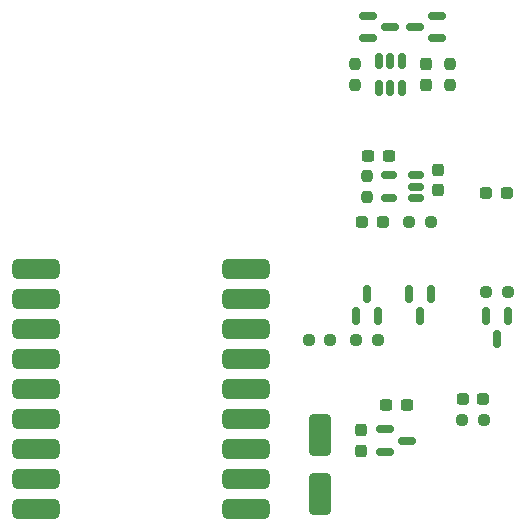
<source format=gbr>
%TF.GenerationSoftware,KiCad,Pcbnew,8.0.5*%
%TF.CreationDate,2024-11-21T22:32:41+00:00*%
%TF.ProjectId,spectrum-analyser,73706563-7472-4756-9d2d-616e616c7973,rev?*%
%TF.SameCoordinates,Original*%
%TF.FileFunction,Paste,Top*%
%TF.FilePolarity,Positive*%
%FSLAX46Y46*%
G04 Gerber Fmt 4.6, Leading zero omitted, Abs format (unit mm)*
G04 Created by KiCad (PCBNEW 8.0.5) date 2024-11-21 22:32:41*
%MOMM*%
%LPD*%
G01*
G04 APERTURE LIST*
G04 Aperture macros list*
%AMRoundRect*
0 Rectangle with rounded corners*
0 $1 Rounding radius*
0 $2 $3 $4 $5 $6 $7 $8 $9 X,Y pos of 4 corners*
0 Add a 4 corners polygon primitive as box body*
4,1,4,$2,$3,$4,$5,$6,$7,$8,$9,$2,$3,0*
0 Add four circle primitives for the rounded corners*
1,1,$1+$1,$2,$3*
1,1,$1+$1,$4,$5*
1,1,$1+$1,$6,$7*
1,1,$1+$1,$8,$9*
0 Add four rect primitives between the rounded corners*
20,1,$1+$1,$2,$3,$4,$5,0*
20,1,$1+$1,$4,$5,$6,$7,0*
20,1,$1+$1,$6,$7,$8,$9,0*
20,1,$1+$1,$8,$9,$2,$3,0*%
G04 Aperture macros list end*
%ADD10RoundRect,0.237500X-0.237500X0.300000X-0.237500X-0.300000X0.237500X-0.300000X0.237500X0.300000X0*%
%ADD11RoundRect,0.237500X0.250000X0.237500X-0.250000X0.237500X-0.250000X-0.237500X0.250000X-0.237500X0*%
%ADD12RoundRect,0.237500X-0.250000X-0.237500X0.250000X-0.237500X0.250000X0.237500X-0.250000X0.237500X0*%
%ADD13RoundRect,0.150000X-0.150000X0.512500X-0.150000X-0.512500X0.150000X-0.512500X0.150000X0.512500X0*%
%ADD14RoundRect,0.150000X-0.150000X0.587500X-0.150000X-0.587500X0.150000X-0.587500X0.150000X0.587500X0*%
%ADD15RoundRect,0.150000X-0.587500X-0.150000X0.587500X-0.150000X0.587500X0.150000X-0.587500X0.150000X0*%
%ADD16RoundRect,0.237500X0.287500X0.237500X-0.287500X0.237500X-0.287500X-0.237500X0.287500X-0.237500X0*%
%ADD17RoundRect,0.237500X-0.237500X0.250000X-0.237500X-0.250000X0.237500X-0.250000X0.237500X0.250000X0*%
%ADD18RoundRect,0.150000X0.150000X-0.587500X0.150000X0.587500X-0.150000X0.587500X-0.150000X-0.587500X0*%
%ADD19RoundRect,0.237500X-0.287500X-0.237500X0.287500X-0.237500X0.287500X0.237500X-0.287500X0.237500X0*%
%ADD20RoundRect,0.150000X0.587500X0.150000X-0.587500X0.150000X-0.587500X-0.150000X0.587500X-0.150000X0*%
%ADD21RoundRect,0.237500X0.300000X0.237500X-0.300000X0.237500X-0.300000X-0.237500X0.300000X-0.237500X0*%
%ADD22RoundRect,0.237500X0.237500X-0.300000X0.237500X0.300000X-0.237500X0.300000X-0.237500X-0.300000X0*%
%ADD23RoundRect,0.425000X1.575000X0.425000X-1.575000X0.425000X-1.575000X-0.425000X1.575000X-0.425000X0*%
%ADD24RoundRect,0.250000X-0.650000X1.500000X-0.650000X-1.500000X0.650000X-1.500000X0.650000X1.500000X0*%
%ADD25RoundRect,0.150000X0.512500X0.150000X-0.512500X0.150000X-0.512500X-0.150000X0.512500X-0.150000X0*%
%ADD26RoundRect,0.237500X0.237500X-0.250000X0.237500X0.250000X-0.237500X0.250000X-0.237500X-0.250000X0*%
G04 APERTURE END LIST*
D10*
%TO.C,C5*%
X135037500Y-123587500D03*
X135037500Y-125312500D03*
%TD*%
D11*
%TO.C,R4*%
X134412500Y-128000000D03*
X132587500Y-128000000D03*
%TD*%
D12*
%TO.C,R5*%
X137087500Y-144800000D03*
X138912500Y-144800000D03*
%TD*%
D13*
%TO.C,U5*%
X131950000Y-114362500D03*
X131000000Y-114362500D03*
X130050000Y-114362500D03*
X130050000Y-116637500D03*
X131000000Y-116637500D03*
X131950000Y-116637500D03*
%TD*%
D14*
%TO.C,Q2*%
X134450000Y-134062500D03*
X132550000Y-134062500D03*
X133500000Y-135937500D03*
%TD*%
D15*
%TO.C,U3*%
X130562500Y-145550000D03*
X130562500Y-147450000D03*
X132437500Y-146500000D03*
%TD*%
D16*
%TO.C,D3*%
X138875000Y-143000000D03*
X137125000Y-143000000D03*
%TD*%
D17*
%TO.C,R8*%
X129000000Y-124087500D03*
X129000000Y-125912500D03*
%TD*%
%TO.C,R6*%
X128000000Y-114587500D03*
X128000000Y-116412500D03*
%TD*%
D14*
%TO.C,Q3*%
X140950000Y-135993750D03*
X139050000Y-135993750D03*
X140000000Y-137868750D03*
%TD*%
D18*
%TO.C,Q1*%
X128050000Y-135937500D03*
X129950000Y-135937500D03*
X129000000Y-134062500D03*
%TD*%
D12*
%TO.C,R1*%
X124087500Y-138000000D03*
X125912500Y-138000000D03*
%TD*%
%TO.C,R2*%
X128087500Y-138000000D03*
X129912500Y-138000000D03*
%TD*%
D16*
%TO.C,D2*%
X130375000Y-128000000D03*
X128625000Y-128000000D03*
%TD*%
D12*
%TO.C,R3*%
X139087500Y-133931250D03*
X140912500Y-133931250D03*
%TD*%
D15*
%TO.C,Q5*%
X129062500Y-110550000D03*
X129062500Y-112450000D03*
X130937500Y-111500000D03*
%TD*%
D19*
%TO.C,F1*%
X139125000Y-125500000D03*
X140875000Y-125500000D03*
%TD*%
D20*
%TO.C,Q4*%
X134937500Y-112450000D03*
X134937500Y-110550000D03*
X133062500Y-111500000D03*
%TD*%
D10*
%TO.C,C3*%
X134000000Y-114637500D03*
X134000000Y-116362500D03*
%TD*%
D21*
%TO.C,C1*%
X132362500Y-143500000D03*
X130637500Y-143500000D03*
%TD*%
%TO.C,C4*%
X130862500Y-122450000D03*
X129137500Y-122450000D03*
%TD*%
D22*
%TO.C,C2*%
X128500000Y-147362500D03*
X128500000Y-145637500D03*
%TD*%
D23*
%TO.C,U2*%
X118780000Y-152320000D03*
X118780000Y-149780000D03*
X118780000Y-147240000D03*
X118780000Y-144700000D03*
X118780000Y-142160000D03*
X118780000Y-139620000D03*
X118780000Y-137080000D03*
X118780000Y-134540000D03*
X118780000Y-132000000D03*
X101000000Y-132000000D03*
X101000000Y-134540000D03*
X101000000Y-137080000D03*
X101000000Y-139620000D03*
X101000000Y-142160000D03*
X101000000Y-144700000D03*
X101000000Y-147240000D03*
X101000000Y-149780000D03*
X101000000Y-152320000D03*
%TD*%
D24*
%TO.C,D1*%
X125000000Y-146000000D03*
X125000000Y-151000000D03*
%TD*%
D25*
%TO.C,U6*%
X133137500Y-125950000D03*
X133137500Y-125000000D03*
X133137500Y-124050000D03*
X130862500Y-124050000D03*
X130862500Y-125950000D03*
%TD*%
D26*
%TO.C,R7*%
X136000000Y-116412500D03*
X136000000Y-114587500D03*
%TD*%
M02*

</source>
